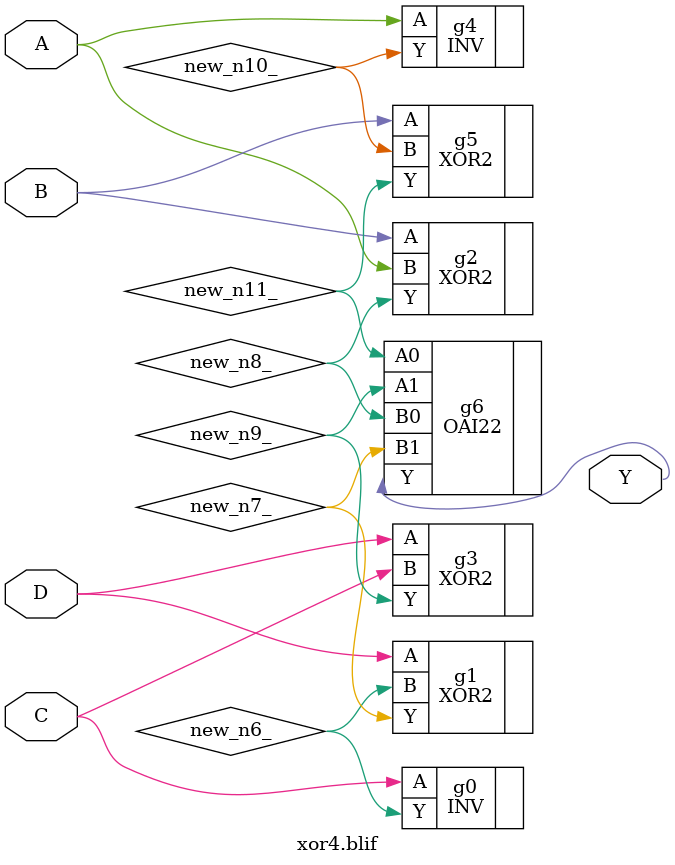
<source format=v>

module \xor4.blif  ( 
    A, B, C, D,
    Y  );
  input  A, B, C, D;
  output Y;
  wire new_n6_, new_n7_, new_n8_, new_n9_, new_n10_, new_n11_;
  INV    g0(.A(C), .Y(new_n6_));
  XOR2   g1(.A(D), .B(new_n6_), .Y(new_n7_));
  XOR2   g2(.A(B), .B(A), .Y(new_n8_));
  XOR2   g3(.A(D), .B(C), .Y(new_n9_));
  INV    g4(.A(A), .Y(new_n10_));
  XOR2   g5(.A(B), .B(new_n10_), .Y(new_n11_));
  OAI22  g6(.A0(new_n11_), .A1(new_n9_), .B0(new_n8_), .B1(new_n7_), .Y(Y));
endmodule



</source>
